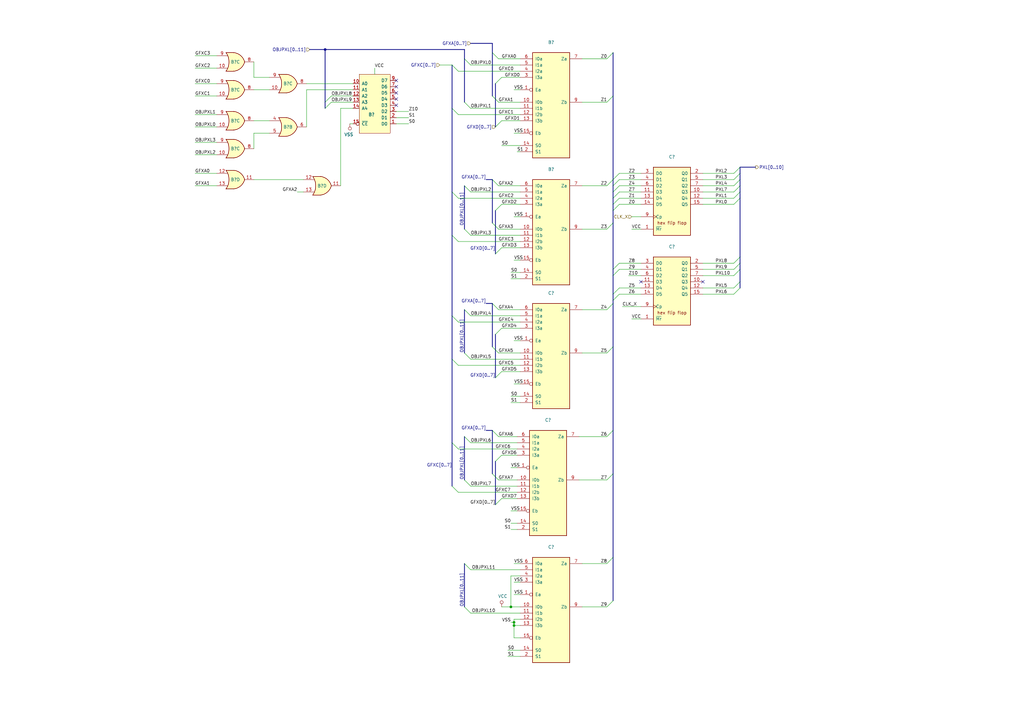
<source format=kicad_sch>
(kicad_sch (version 20211123) (generator eeschema)
  (paper "A3")
  (title_block (date "2022-04-29") (rev "J. Tejada") (company "JOTEGO") (comment 1 "JOTEGO"))
  (lib_symbols
    (symbol "arcade:N82S123N" (pin_names (offset 1.016))
      (property "Reference" "U" (at -1.27 0 90))
      (property "Value" "arcade_N82S123N" (at 0 -5.08 90))
      (symbol "N82S123N_0_1"
        (rectangle (start -6.35 7.62) (end 6.35 -16.51) (fill (type background)))
      )
      (symbol "N82S123N_1_1"
        (pin output line (at 8.89 -12.7 180) (length 2.54) (name "D0") (number "1"))
        (pin input line (at -8.89 3.81 0) (length 2.54) (name "A0") (number "10"))
        (pin input line (at -8.89 1.27 0) (length 2.54) (name "A1") (number "11"))
        (pin input line (at -8.89 -1.27 0) (length 2.54) (name "A2") (number "12"))
        (pin input line (at -8.89 -3.81 0) (length 2.54) (name "A3") (number "13"))
        (pin input line (at -8.89 -6.35 0) (length 2.54) (name "A4") (number "14"))
        (pin input inverted (at -8.89 -12.7 0) (length 2.54) (name "~{CE}") (number "15"))
        (pin power_in line (at 0 7.62 270) (length 2.54) hide (name "VCC") (number "16"))
        (pin output line (at 8.89 -10.16 180) (length 2.54) (name "D1") (number "2"))
        (pin output line (at 8.89 -7.62 180) (length 2.54) (name "D2") (number "3"))
        (pin output line (at 8.89 -5.08 180) (length 2.54) (name "D3") (number "4"))
        (pin output line (at 8.89 -2.54 180) (length 2.54) (name "D4") (number "5"))
        (pin output line (at 8.89 0 180) (length 2.54) (name "D5") (number "6"))
        (pin output line (at 8.89 2.54 180) (length 2.54) (name "D6") (number "7"))
        (pin power_in line (at 0 -16.51 90) (length 2.54) hide (name "VSS") (number "8"))
        (pin output line (at 8.89 5.08 180) (length 2.54) (name "D7") (number "9"))
      )
    )
    (symbol "jt74:74LS153" (pin_names (offset 1.016))
      (property "Reference" "U" (at 0 5.08 0))
      (property "Value" "jt74_74LS153" (at 2.54 -21.59 0))
      (symbol "74LS153_1_0"
        (pin input inverted (at -12.7 5.08 0) (length 5.08) (name "Ea") (number "1"))
        (pin input line (at -12.7 0 0) (length 5.08) (name "I0b") (number "10"))
        (pin input line (at -12.7 -2.54 0) (length 5.08) (name "I1b") (number "11"))
        (pin input line (at -12.7 -5.08 0) (length 5.08) (name "I2b") (number "12"))
        (pin input line (at -12.7 -7.62 0) (length 5.08) (name "I3b") (number "13"))
        (pin input line (at -12.7 -17.78 0) (length 5.08) (name "S0") (number "14"))
        (pin input inverted (at -12.7 -12.7 0) (length 5.08) (name "Eb") (number "15"))
        (pin input line (at -12.7 -20.32 0) (length 5.08) (name "S1") (number "2"))
        (pin input line (at -12.7 10.16 0) (length 5.08) (name "I3a") (number "3"))
        (pin input line (at -12.7 12.7 0) (length 5.08) (name "I2a") (number "4"))
        (pin input line (at -12.7 15.24 0) (length 5.08) (name "I1a") (number "5"))
        (pin input line (at -12.7 17.78 0) (length 5.08) (name "I0a") (number "6"))
        (pin output line (at 12.7 17.78 180) (length 5.08) (name "Za") (number "7"))
        (pin output line (at 12.7 0 180) (length 5.08) (name "Zb") (number "9"))
      )
      (symbol "74LS153_1_1"
        (rectangle (start -7.62 20.32) (end 7.62 -22.86) (stroke (width 0.254)) (fill (type background)))
      )
    )
    (symbol "jt74:74LS174" (pin_names (offset 1.016))
      (property "Reference" "U" (at 5.08 -12.7 0))
      (property "Value" "jt74_74LS174" (at 0 -5.08 0))
      (symbol "74LS174_0_0"
        (text "hex flip flop" (at 0 -10.16 0) (effects (font (size 1.27 1.27))))
      )
      (symbol "74LS174_1_0"
        (pin input line (at -12.7 -12.7 0) (length 5.08) (name "~{Mr}") (number "1"))
        (pin output line (at 12.7 2.54 180) (length 5.08) (name "Q3") (number "10"))
        (pin input line (at -12.7 2.54 0) (length 5.08) (name "D3") (number "11"))
        (pin output line (at 12.7 0 180) (length 5.08) (name "Q4") (number "12"))
        (pin input line (at -12.7 0 0) (length 5.08) (name "D4") (number "13"))
        (pin input line (at -12.7 -2.54 0) (length 5.08) (name "D5") (number "14"))
        (pin output line (at 12.7 -2.54 180) (length 5.08) (name "Q5") (number "15"))
        (pin output line (at 12.7 10.16 180) (length 5.08) (name "Q0") (number "2"))
        (pin input line (at -12.7 10.16 0) (length 5.08) (name "D0") (number "3"))
        (pin input line (at -12.7 7.62 0) (length 5.08) (name "D1") (number "4"))
        (pin output line (at 12.7 7.62 180) (length 5.08) (name "Q1") (number "5"))
        (pin input line (at -12.7 5.08 0) (length 5.08) (name "D2") (number "6"))
        (pin output line (at 12.7 5.08 180) (length 5.08) (name "Q2") (number "7"))
        (pin input clock (at -12.7 -7.62 0) (length 5.08) (name "Cp") (number "9"))
      )
      (symbol "74LS174_1_1"
        (rectangle (start -7.62 12.7) (end 7.62 -15.24) (stroke (width 0.254)) (fill (type background)))
      )
    )
    (symbol "jt74:74LS32" (pin_names (offset 1.016))
      (property "Reference" "U" (at 0 1.27 0))
      (property "Value" "jt74_74LS32" (at 0 -1.27 0))
      (symbol "74LS32_1_1"
        (arc (start -3.81 -3.81) (mid -2.589 0) (end -3.81 3.81) (stroke (width 0.254)))
        (arc (start -0.6096 -3.81) (mid 2.1842 -2.5851) (end 3.81 0) (stroke (width 0.254)) (fill (type background)))
        (polyline (pts (xy -3.81 -3.81) (xy -0.635 -3.81)) (stroke (width 0.254)) (fill (type background)))
        (polyline (pts (xy -3.81 3.81) (xy -0.635 3.81)) (stroke (width 0.254)) (fill (type background)))
        (polyline (pts (xy -0.635 3.81) (xy -3.81 3.81) (xy -3.81 3.81) (xy -3.556 3.4036) (xy -3.0226 2.2606) (xy -2.6924 1.0414) (xy -2.6162 -0.254) (xy -2.7686 -1.4986) (xy -3.175 -2.7178) (xy -3.81 -3.81) (xy -3.81 -3.81) (xy -0.635 -3.81)) (stroke (width -25.4)) (fill (type background)))
        (arc (start 3.81 0) (mid 2.1915 2.5936) (end -0.6096 3.81) (stroke (width 0.254)) (fill (type background)))
        (pin input line (at -7.62 2.54 0) (length 4.318) (name "~") (number "1"))
        (pin input line (at -7.62 -2.54 0) (length 4.318) (name "~") (number "2"))
        (pin output line (at 7.62 0 180) (length 3.81) (name "~") (number "3"))
      )
      (symbol "74LS32_1_2"
        (arc (start 0 -3.81) (mid 3.81 0) (end 0 3.81) (stroke (width 0.254)) (fill (type background)))
        (polyline (pts (xy 0 3.81) (xy -3.81 3.81) (xy -3.81 -3.81) (xy 0 -3.81)) (stroke (width 0.254)) (fill (type background)))
        (pin input inverted (at -7.62 2.54 0) (length 3.81) (name "~") (number "1"))
        (pin input inverted (at -7.62 -2.54 0) (length 3.81) (name "~") (number "2"))
        (pin output inverted (at 7.62 0 180) (length 3.81) (name "~") (number "3"))
      )
      (symbol "74LS32_2_1"
        (arc (start -3.81 -3.81) (mid -2.589 0) (end -3.81 3.81) (stroke (width 0.254)))
        (arc (start -0.6096 -3.81) (mid 2.1842 -2.5851) (end 3.81 0) (stroke (width 0.254)) (fill (type background)))
        (polyline (pts (xy -3.81 -3.81) (xy -0.635 -3.81)) (stroke (width 0.254)) (fill (type background)))
        (polyline (pts (xy -3.81 3.81) (xy -0.635 3.81)) (stroke (width 0.254)) (fill (type background)))
        (polyline (pts (xy -0.635 3.81) (xy -3.81 3.81) (xy -3.81 3.81) (xy -3.556 3.4036) (xy -3.0226 2.2606) (xy -2.6924 1.0414) (xy -2.6162 -0.254) (xy -2.7686 -1.4986) (xy -3.175 -2.7178) (xy -3.81 -3.81) (xy -3.81 -3.81) (xy -0.635 -3.81)) (stroke (width -25.4)) (fill (type background)))
        (arc (start 3.81 0) (mid 2.1915 2.5936) (end -0.6096 3.81) (stroke (width 0.254)) (fill (type background)))
        (pin input line (at -7.62 2.54 0) (length 4.318) (name "~") (number "4"))
        (pin input line (at -7.62 -2.54 0) (length 4.318) (name "~") (number "5"))
        (pin output line (at 7.62 0 180) (length 3.81) (name "~") (number "6"))
      )
      (symbol "74LS32_2_2"
        (arc (start 0 -3.81) (mid 3.81 0) (end 0 3.81) (stroke (width 0.254)) (fill (type background)))
        (polyline (pts (xy 0 3.81) (xy -3.81 3.81) (xy -3.81 -3.81) (xy 0 -3.81)) (stroke (width 0.254)) (fill (type background)))
        (pin input inverted (at -7.62 2.54 0) (length 3.81) (name "~") (number "4"))
        (pin input inverted (at -7.62 -2.54 0) (length 3.81) (name "~") (number "5"))
        (pin output inverted (at 7.62 0 180) (length 3.81) (name "~") (number "6"))
      )
      (symbol "74LS32_3_1"
        (arc (start -3.81 -3.81) (mid -2.589 0) (end -3.81 3.81) (stroke (width 0.254)))
        (arc (start -0.6096 -3.81) (mid 2.1842 -2.5851) (end 3.81 0) (stroke (width 0.254)) (fill (type background)))
        (polyline (pts (xy -3.81 -3.81) (xy -0.635 -3.81)) (stroke (width 0.254)) (fill (type background)))
        (polyline (pts (xy -3.81 3.81) (xy -0.635 3.81)) (stroke (width 0.254)) (fill (type background)))
        (polyline (pts (xy -0.635 3.81) (xy -3.81 3.81) (xy -3.81 3.81) (xy -3.556 3.4036) (xy -3.0226 2.2606) (xy -2.6924 1.0414) (xy -2.6162 -0.254) (xy -2.7686 -1.4986) (xy -3.175 -2.7178) (xy -3.81 -3.81) (xy -3.81 -3.81) (xy -0.635 -3.81)) (stroke (width -25.4)) (fill (type background)))
        (arc (start 3.81 0) (mid 2.1915 2.5936) (end -0.6096 3.81) (stroke (width 0.254)) (fill (type background)))
        (pin input line (at -7.62 -2.54 0) (length 4.318) (name "~") (number "10"))
        (pin output line (at 7.62 0 180) (length 3.81) (name "~") (number "8"))
        (pin input line (at -7.62 2.54 0) (length 4.318) (name "~") (number "9"))
      )
      (symbol "74LS32_3_2"
        (arc (start 0 -3.81) (mid 3.81 0) (end 0 3.81) (stroke (width 0.254)) (fill (type background)))
        (polyline (pts (xy 0 3.81) (xy -3.81 3.81) (xy -3.81 -3.81) (xy 0 -3.81)) (stroke (width 0.254)) (fill (type background)))
        (pin input inverted (at -7.62 -2.54 0) (length 3.81) (name "~") (number "10"))
        (pin output inverted (at 7.62 0 180) (length 3.81) (name "~") (number "8"))
        (pin input inverted (at -7.62 2.54 0) (length 3.81) (name "~") (number "9"))
      )
      (symbol "74LS32_4_1"
        (arc (start -3.81 -3.81) (mid -2.589 0) (end -3.81 3.81) (stroke (width 0.254)))
        (arc (start -0.6096 -3.81) (mid 2.1842 -2.5851) (end 3.81 0) (stroke (width 0.254)) (fill (type background)))
        (polyline (pts (xy -3.81 -3.81) (xy -0.635 -3.81)) (stroke (width 0.254)) (fill (type background)))
        (polyline (pts (xy -3.81 3.81) (xy -0.635 3.81)) (stroke (width 0.254)) (fill (type background)))
        (polyline (pts (xy -0.635 3.81) (xy -3.81 3.81) (xy -3.81 3.81) (xy -3.556 3.4036) (xy -3.0226 2.2606) (xy -2.6924 1.0414) (xy -2.6162 -0.254) (xy -2.7686 -1.4986) (xy -3.175 -2.7178) (xy -3.81 -3.81) (xy -3.81 -3.81) (xy -0.635 -3.81)) (stroke (width -25.4)) (fill (type background)))
        (arc (start 3.81 0) (mid 2.1915 2.5936) (end -0.6096 3.81) (stroke (width 0.254)) (fill (type background)))
        (pin output line (at 7.62 0 180) (length 3.81) (name "~") (number "11"))
        (pin input line (at -7.62 2.54 0) (length 4.318) (name "~") (number "12"))
        (pin input line (at -7.62 -2.54 0) (length 4.318) (name "~") (number "13"))
      )
      (symbol "74LS32_4_2"
        (arc (start 0 -3.81) (mid 3.81 0) (end 0 3.81) (stroke (width 0.254)) (fill (type background)))
        (polyline (pts (xy 0 3.81) (xy -3.81 3.81) (xy -3.81 -3.81) (xy 0 -3.81)) (stroke (width 0.254)) (fill (type background)))
        (pin output inverted (at 7.62 0 180) (length 3.81) (name "~") (number "11"))
        (pin input inverted (at -7.62 2.54 0) (length 3.81) (name "~") (number "12"))
        (pin input inverted (at -7.62 -2.54 0) (length 3.81) (name "~") (number "13"))
      )
      (symbol "74LS32_5_0"
        (pin input line (at 0 12.7 270) (length 5.08) hide (name "VCC") (number "14"))
        (pin input line (at 0 -12.7 90) (length 5.08) hide (name "GND") (number "7"))
      )
      (symbol "74LS32_5_1"
        (rectangle (start -5.08 7.62) (end 5.08 -7.62) (stroke (width 0.254)) (fill (type background)))
      )
    )
    (symbol "power:VCC" (power) (pin_names (offset 0))
      (property "Value" "power_VCC" (at 0 3.81 0))
      (symbol "VCC_0_1"
        (polyline (pts (xy 0 0) (xy 0 1.27)))
        (circle (center 0 1.905) (radius 0.635))
      )
      (symbol "VCC_1_1"
        (pin power_in line (at 0 0 90) (length 0) hide (name "VCC") (number "1"))
      )
    )
    (symbol "power:VSS" (power) (pin_names (offset 0))
      (property "Value" "power_VSS" (at 0 3.81 0))
      (symbol "VSS_0_1"
        (polyline (pts (xy 0 0) (xy 0 1.27)))
        (circle (center 0 1.905) (radius 0.635))
      )
      (symbol "VSS_1_1"
        (pin power_in line (at 0 0 90) (length 0) hide (name "VSS") (number "1"))
      )
    )
  )
  (junction (at 210.82 255.27))
  (junction (at 210.82 256.54))
  (junction (at 133.35 20.32))
  (junction (at 209.55 248.92))
  (no_connect (at 288.29 115.57))
  (no_connect (at 162.56 38.1))
  (no_connect (at 162.56 40.64))
  (no_connect (at 162.56 43.18))
  (no_connect (at 162.56 33.02))
  (no_connect (at 262.89 115.57))
  (no_connect (at 162.56 35.56))
  (bus_entry (at 254 73.66) (size -2.54 2.54))
  (bus_entry (at 201.93 21.59) (size 2.54 2.54))
  (bus_entry (at 300.99 113.03) (size 2.54 -2.54))
  (bus_entry (at 248.92 41.91) (size 2.54 -2.54))
  (bus_entry (at 190.5 127) (size 2.54 2.54))
  (bus_entry (at 185.42 147.32) (size 2.54 2.54))
  (bus_entry (at 203.2 189.23) (size 2.54 -2.54))
  (bus_entry (at 300.99 76.2) (size 2.54 -2.54))
  (bus_entry (at 201.93 73.66) (size 2.54 2.54))
  (bus_entry (at 300.99 120.65) (size 2.54 -2.54))
  (bus_entry (at 185.42 44.45) (size 2.54 2.54))
  (bus_entry (at 254 120.65) (size -2.54 2.54))
  (bus_entry (at 248.92 127) (size 2.54 -2.54))
  (bus_entry (at 201.93 142.24) (size 2.54 2.54))
  (bus_entry (at 300.99 71.12) (size 2.54 -2.54))
  (bus_entry (at 300.99 78.74) (size 2.54 -2.54))
  (bus_entry (at 254 78.74) (size -2.54 2.54))
  (bus_entry (at 248.92 179.07) (size 2.54 -2.54))
  (bus_entry (at 201.93 124.46) (size 2.54 2.54))
  (bus_entry (at 254 83.82) (size -2.54 2.54))
  (bus_entry (at 190.5 93.98) (size 2.54 2.54))
  (bus_entry (at 185.42 78.74) (size 2.54 2.54))
  (bus_entry (at 248.92 93.98) (size 2.54 -2.54))
  (bus_entry (at 300.99 118.11) (size 2.54 -2.54))
  (bus_entry (at 203.2 154.94) (size 2.54 -2.54))
  (bus_entry (at 248.92 24.13) (size 2.54 -2.54))
  (bus_entry (at 203.2 86.36) (size 2.54 -2.54))
  (bus_entry (at 254 110.49) (size -2.54 2.54))
  (bus_entry (at 248.92 76.2) (size 2.54 -2.54))
  (bus_entry (at 185.42 26.67) (size 2.54 2.54))
  (bus_entry (at 133.35 41.91) (size 2.54 -2.54))
  (bus_entry (at 190.5 248.92) (size 2.54 2.54))
  (bus_entry (at 254 118.11) (size -2.54 2.54))
  (bus_entry (at 190.5 144.78) (size 2.54 2.54))
  (bus_entry (at 190.5 196.85) (size 2.54 2.54))
  (bus_entry (at 254 71.12) (size -2.54 2.54))
  (bus_entry (at 300.99 83.82) (size 2.54 -2.54))
  (bus_entry (at 133.35 44.45) (size 2.54 -2.54))
  (bus_entry (at 203.2 137.16) (size 2.54 -2.54))
  (bus_entry (at 203.2 34.29) (size 2.54 -2.54))
  (bus_entry (at 300.99 81.28) (size 2.54 -2.54))
  (bus_entry (at 203.2 52.07) (size 2.54 -2.54))
  (bus_entry (at 190.5 76.2) (size 2.54 2.54))
  (bus_entry (at 201.93 91.44) (size 2.54 2.54))
  (bus_entry (at 190.5 231.14) (size 2.54 2.54))
  (bus_entry (at 201.93 39.37) (size 2.54 2.54))
  (bus_entry (at 248.92 144.78) (size 2.54 -2.54))
  (bus_entry (at 203.2 104.14) (size 2.54 -2.54))
  (bus_entry (at 185.42 181.61) (size 2.54 2.54))
  (bus_entry (at 190.5 24.13) (size 2.54 2.54))
  (bus_entry (at 201.93 194.31) (size 2.54 2.54))
  (bus_entry (at 201.93 176.53) (size 2.54 2.54))
  (bus_entry (at 190.5 179.07) (size 2.54 2.54))
  (bus_entry (at 254 107.95) (size -2.54 2.54))
  (bus_entry (at 190.5 41.91) (size 2.54 2.54))
  (bus_entry (at 185.42 129.54) (size 2.54 2.54))
  (bus_entry (at 248.92 196.85) (size 2.54 -2.54))
  (bus_entry (at 248.92 248.92) (size 2.54 -2.54))
  (bus_entry (at 254 81.28) (size -2.54 2.54))
  (bus_entry (at 203.2 207.01) (size 2.54 -2.54))
  (bus_entry (at 300.99 107.95) (size 2.54 -2.54))
  (bus_entry (at 185.42 96.52) (size 2.54 2.54))
  (bus_entry (at 254 76.2) (size -2.54 2.54))
  (bus_entry (at 300.99 110.49) (size 2.54 -2.54))
  (bus_entry (at 248.92 231.14) (size 2.54 -2.54))
  (bus_entry (at 185.42 199.39) (size 2.54 2.54))
  (bus_entry (at 300.99 73.66) (size 2.54 -2.54))
  (wire (pts (xy 210.82 256.54) (xy 213.36 256.54)))
  (bus (pts (xy 190.5 127) (xy 190.5 144.78)))
  (wire (pts (xy 205.74 49.53) (xy 213.36 49.53)))
  (wire (pts (xy 180.34 26.67) (xy 185.42 26.67)))
  (wire (pts (xy 288.29 81.28) (xy 300.99 81.28)))
  (bus (pts (xy 303.53 68.58) (xy 303.53 71.12)))
  (wire (pts (xy 204.47 179.07) (xy 212.09 179.07)))
  (wire (pts (xy 187.96 99.06) (xy 213.36 99.06)))
  (bus (pts (xy 303.53 81.28) (xy 303.53 105.41)))
  (bus (pts (xy 303.53 73.66) (xy 303.53 76.2)))
  (bus (pts (xy 251.46 120.65) (xy 251.46 123.19)))
  (wire (pts (xy 80.01 52.07) (xy 88.9 52.07)))
  (wire (pts (xy 210.82 243.84) (xy 213.36 243.84)))
  (wire (pts (xy 288.29 120.65) (xy 300.99 120.65)))
  (wire (pts (xy 257.81 113.03) (xy 262.89 113.03)))
  (wire (pts (xy 209.55 209.55) (xy 212.09 209.55)))
  (wire (pts (xy 104.14 73.66) (xy 124.46 73.66)))
  (wire (pts (xy 209.55 255.27) (xy 210.82 255.27)))
  (wire (pts (xy 238.76 76.2) (xy 248.92 76.2)))
  (wire (pts (xy 80.01 76.2) (xy 88.9 76.2)))
  (wire (pts (xy 205.74 83.82) (xy 213.36 83.82)))
  (wire (pts (xy 193.04 96.52) (xy 213.36 96.52)))
  (wire (pts (xy 254 78.74) (xy 262.89 78.74)))
  (bus (pts (xy 201.93 17.78) (xy 201.93 21.59)))
  (bus (pts (xy 185.42 44.45) (xy 185.42 78.74)))
  (wire (pts (xy 204.47 76.2) (xy 213.36 76.2)))
  (wire (pts (xy 238.76 127) (xy 248.92 127)))
  (bus (pts (xy 190.5 20.32) (xy 190.5 24.13)))
  (wire (pts (xy 193.04 78.74) (xy 213.36 78.74)))
  (bus (pts (xy 251.46 39.37) (xy 251.46 73.66)))
  (wire (pts (xy 88.9 22.86) (xy 80.01 22.86)))
  (bus (pts (xy 303.53 71.12) (xy 303.53 73.66)))
  (wire (pts (xy 187.96 132.08) (xy 213.36 132.08)))
  (wire (pts (xy 205.74 152.4) (xy 213.36 152.4)))
  (bus (pts (xy 190.5 20.32) (xy 133.35 20.32)))
  (wire (pts (xy 204.47 144.78) (xy 213.36 144.78)))
  (bus (pts (xy 185.42 147.32) (xy 185.42 181.61)))
  (wire (pts (xy 288.29 110.49) (xy 300.99 110.49)))
  (wire (pts (xy 213.36 231.14) (xy 210.82 231.14)))
  (wire (pts (xy 238.76 41.91) (xy 248.92 41.91)))
  (wire (pts (xy 205.74 186.69) (xy 212.09 186.69)))
  (bus (pts (xy 190.5 76.2) (xy 190.5 93.98)))
  (bus (pts (xy 201.93 176.53) (xy 201.93 194.31)))
  (bus (pts (xy 251.46 113.03) (xy 251.46 120.65)))
  (bus (pts (xy 199.39 73.66) (xy 201.93 73.66)))
  (wire (pts (xy 300.99 78.74) (xy 288.29 78.74)))
  (wire (pts (xy 254 107.95) (xy 262.89 107.95)))
  (wire (pts (xy 205.74 134.62) (xy 213.36 134.62)))
  (bus (pts (xy 251.46 142.24) (xy 251.46 176.53)))
  (wire (pts (xy 209.55 217.17) (xy 212.09 217.17)))
  (bus (pts (xy 185.42 181.61) (xy 185.42 199.39)))
  (bus (pts (xy 251.46 123.19) (xy 251.46 124.46)))
  (bus (pts (xy 251.46 78.74) (xy 251.46 81.28)))
  (bus (pts (xy 133.35 20.32) (xy 133.35 41.91)))
  (wire (pts (xy 125.73 34.29) (xy 144.78 34.29)))
  (wire (pts (xy 204.47 24.13) (xy 213.36 24.13)))
  (wire (pts (xy 288.29 118.11) (xy 300.99 118.11)))
  (wire (pts (xy 288.29 73.66) (xy 300.99 73.66)))
  (wire (pts (xy 88.9 58.42) (xy 80.01 58.42)))
  (bus (pts (xy 303.53 110.49) (xy 303.53 115.57)))
  (bus (pts (xy 251.46 73.66) (xy 251.46 76.2)))
  (wire (pts (xy 135.89 39.37) (xy 144.78 39.37)))
  (wire (pts (xy 80.01 71.12) (xy 88.9 71.12)))
  (wire (pts (xy 205.74 101.6) (xy 213.36 101.6)))
  (wire (pts (xy 259.08 93.98) (xy 262.89 93.98)))
  (wire (pts (xy 209.55 162.56) (xy 213.36 162.56)))
  (wire (pts (xy 254 76.2) (xy 262.89 76.2)))
  (wire (pts (xy 254 83.82) (xy 262.89 83.82)))
  (bus (pts (xy 190.5 231.14) (xy 190.5 248.92)))
  (bus (pts (xy 199.39 124.46) (xy 201.93 124.46)))
  (bus (pts (xy 303.53 107.95) (xy 303.53 110.49)))
  (wire (pts (xy 88.9 34.29) (xy 80.01 34.29)))
  (wire (pts (xy 208.28 266.7) (xy 213.36 266.7)))
  (wire (pts (xy 209.55 236.22) (xy 209.55 248.92)))
  (wire (pts (xy 187.96 201.93) (xy 212.09 201.93)))
  (wire (pts (xy 213.36 62.23) (xy 212.09 62.23)))
  (wire (pts (xy 262.89 125.73) (xy 255.27 125.73)))
  (wire (pts (xy 262.89 130.81) (xy 259.08 130.81)))
  (wire (pts (xy 209.55 191.77) (xy 212.09 191.77)))
  (bus (pts (xy 251.46 110.49) (xy 251.46 113.03)))
  (wire (pts (xy 204.47 127) (xy 213.36 127)))
  (bus (pts (xy 185.42 96.52) (xy 185.42 129.54)))
  (wire (pts (xy 193.04 199.39) (xy 212.09 199.39)))
  (wire (pts (xy 210.82 54.61) (xy 213.36 54.61)))
  (wire (pts (xy 162.56 45.72) (xy 167.64 45.72)))
  (bus (pts (xy 203.2 86.36) (xy 203.2 104.14)))
  (wire (pts (xy 187.96 29.21) (xy 213.36 29.21)))
  (wire (pts (xy 208.28 269.24) (xy 213.36 269.24)))
  (wire (pts (xy 88.9 39.37) (xy 80.01 39.37)))
  (wire (pts (xy 210.82 157.48) (xy 213.36 157.48)))
  (wire (pts (xy 212.09 214.63) (xy 209.55 214.63)))
  (wire (pts (xy 238.76 248.92) (xy 248.92 248.92)))
  (wire (pts (xy 210.82 88.9) (xy 213.36 88.9)))
  (bus (pts (xy 251.46 91.44) (xy 251.46 110.49)))
  (wire (pts (xy 238.76 24.13) (xy 248.92 24.13)))
  (wire (pts (xy 213.36 238.76) (xy 210.82 238.76)))
  (bus (pts (xy 201.93 17.78) (xy 193.04 17.78)))
  (wire (pts (xy 125.73 52.07) (xy 125.73 36.83)))
  (bus (pts (xy 199.39 176.53) (xy 201.93 176.53)))
  (bus (pts (xy 133.35 20.32) (xy 127 20.32)))
  (wire (pts (xy 213.36 254) (xy 210.82 254)))
  (wire (pts (xy 204.47 196.85) (xy 212.09 196.85)))
  (wire (pts (xy 125.73 36.83) (xy 144.78 36.83)))
  (wire (pts (xy 187.96 149.86) (xy 213.36 149.86)))
  (wire (pts (xy 104.14 54.61) (xy 104.14 60.96)))
  (wire (pts (xy 139.7 44.45) (xy 144.78 44.45)))
  (wire (pts (xy 193.04 181.61) (xy 212.09 181.61)))
  (bus (pts (xy 251.46 21.59) (xy 251.46 39.37)))
  (wire (pts (xy 162.56 50.8) (xy 167.64 50.8)))
  (wire (pts (xy 210.82 139.7) (xy 213.36 139.7)))
  (bus (pts (xy 190.5 24.13) (xy 190.5 41.91)))
  (bus (pts (xy 201.93 21.59) (xy 201.93 39.37)))
  (wire (pts (xy 144.78 50.8) (xy 143.51 50.8)))
  (bus (pts (xy 303.53 105.41) (xy 303.53 107.95)))
  (wire (pts (xy 205.74 248.92) (xy 209.55 248.92)))
  (bus (pts (xy 203.2 189.23) (xy 203.2 207.01)))
  (bus (pts (xy 303.53 115.57) (xy 303.53 118.11)))
  (wire (pts (xy 187.96 81.28) (xy 213.36 81.28)))
  (bus (pts (xy 203.2 137.16) (xy 203.2 154.94)))
  (bus (pts (xy 190.5 179.07) (xy 190.5 196.85)))
  (wire (pts (xy 300.99 113.03) (xy 288.29 113.03)))
  (wire (pts (xy 254 81.28) (xy 262.89 81.28)))
  (wire (pts (xy 238.76 93.98) (xy 248.92 93.98)))
  (wire (pts (xy 238.76 231.14) (xy 248.92 231.14)))
  (wire (pts (xy 153.67 30.48) (xy 153.67 27.94)))
  (wire (pts (xy 110.49 54.61) (xy 104.14 54.61)))
  (wire (pts (xy 193.04 251.46) (xy 213.36 251.46)))
  (wire (pts (xy 210.82 106.68) (xy 213.36 106.68)))
  (wire (pts (xy 162.56 48.26) (xy 167.64 48.26)))
  (wire (pts (xy 237.49 196.85) (xy 248.92 196.85)))
  (bus (pts (xy 185.42 26.67) (xy 185.42 44.45)))
  (wire (pts (xy 254 73.66) (xy 262.89 73.66)))
  (bus (pts (xy 251.46 176.53) (xy 251.46 194.31)))
  (bus (pts (xy 303.53 76.2) (xy 303.53 78.74)))
  (wire (pts (xy 187.96 46.99) (xy 213.36 46.99)))
  (wire (pts (xy 209.55 111.76) (xy 213.36 111.76)))
  (wire (pts (xy 254 118.11) (xy 262.89 118.11)))
  (bus (pts (xy 309.88 68.58) (xy 303.53 68.58)))
  (wire (pts (xy 205.74 59.69) (xy 213.36 59.69)))
  (wire (pts (xy 80.01 63.5) (xy 88.9 63.5)))
  (bus (pts (xy 185.42 129.54) (xy 185.42 147.32)))
  (wire (pts (xy 300.99 76.2) (xy 288.29 76.2)))
  (wire (pts (xy 254 120.65) (xy 262.89 120.65)))
  (wire (pts (xy 193.04 147.32) (xy 213.36 147.32)))
  (wire (pts (xy 205.74 204.47) (xy 212.09 204.47)))
  (bus (pts (xy 133.35 41.91) (xy 133.35 44.45)))
  (bus (pts (xy 251.46 228.6) (xy 251.46 246.38)))
  (bus (pts (xy 185.42 78.74) (xy 185.42 96.52)))
  (wire (pts (xy 237.49 179.07) (xy 248.92 179.07)))
  (bus (pts (xy 251.46 76.2) (xy 251.46 78.74)))
  (bus (pts (xy 303.53 78.74) (xy 303.53 81.28)))
  (wire (pts (xy 205.74 31.75) (xy 213.36 31.75)))
  (wire (pts (xy 193.04 26.67) (xy 213.36 26.67)))
  (wire (pts (xy 210.82 36.83) (xy 213.36 36.83)))
  (bus (pts (xy 251.46 194.31) (xy 251.46 228.6)))
  (wire (pts (xy 254 110.49) (xy 262.89 110.49)))
  (wire (pts (xy 238.76 144.78) (xy 248.92 144.78)))
  (wire (pts (xy 300.99 71.12) (xy 288.29 71.12)))
  (wire (pts (xy 193.04 233.68) (xy 213.36 233.68)))
  (bus (pts (xy 251.46 86.36) (xy 251.46 91.44)))
  (wire (pts (xy 80.01 27.94) (xy 88.9 27.94)))
  (bus (pts (xy 251.46 83.82) (xy 251.46 86.36)))
  (bus (pts (xy 251.46 124.46) (xy 251.46 142.24)))
  (wire (pts (xy 104.14 49.53) (xy 110.49 49.53)))
  (wire (pts (xy 88.9 46.99) (xy 80.01 46.99)))
  (bus (pts (xy 203.2 34.29) (xy 203.2 52.07)))
  (wire (pts (xy 210.82 254) (xy 210.82 255.27)))
  (wire (pts (xy 204.47 93.98) (xy 213.36 93.98)))
  (wire (pts (xy 288.29 83.82) (xy 300.99 83.82)))
  (wire (pts (xy 210.82 261.62) (xy 210.82 256.54)))
  (wire (pts (xy 204.47 41.91) (xy 213.36 41.91)))
  (wire (pts (xy 104.14 25.4) (xy 104.14 31.75)))
  (wire (pts (xy 104.14 31.75) (xy 110.49 31.75)))
  (bus (pts (xy 201.93 73.66) (xy 201.93 91.44)))
  (wire (pts (xy 135.89 41.91) (xy 144.78 41.91)))
  (wire (pts (xy 210.82 255.27) (xy 210.82 256.54)))
  (wire (pts (xy 209.55 114.3) (xy 213.36 114.3)))
  (wire (pts (xy 124.46 78.74) (xy 121.92 78.74)))
  (bus (pts (xy 201.93 124.46) (xy 201.93 142.24)))
  (wire (pts (xy 262.89 88.9) (xy 259.08 88.9)))
  (wire (pts (xy 300.99 107.95) (xy 288.29 107.95)))
  (wire (pts (xy 193.04 44.45) (xy 213.36 44.45)))
  (wire (pts (xy 187.96 184.15) (xy 212.09 184.15)))
  (wire (pts (xy 210.82 261.62) (xy 213.36 261.62)))
  (wire (pts (xy 209.55 165.1) (xy 213.36 165.1)))
  (wire (pts (xy 254 71.12) (xy 262.89 71.12)))
  (wire (pts (xy 209.55 248.92) (xy 213.36 248.92)))
  (wire (pts (xy 213.36 236.22) (xy 209.55 236.22)))
  (wire (pts (xy 193.04 129.54) (xy 213.36 129.54)))
  (wire (pts (xy 104.14 36.83) (xy 110.49 36.83)))
  (bus (pts (xy 251.46 81.28) (xy 251.46 83.82)))
  (wire (pts (xy 139.7 44.45) (xy 139.7 76.2)))
  (label "Z0" (at 257.81 83.82 0))
  (label "PXL5" (at 293.37 118.11 0))
  (label "VSS" (at 210.82 243.84 0))
  (label "GFXA6" (at 204.47 179.07 0))
  (label "VCC" (at 153.67 27.94 0))
  (label "GFXA3" (at 204.47 93.98 0))
  (label "S0" (at 209.55 162.56 0))
  (label "GFXC1" (at 204.47 46.99 0))
  (label "GFXC3" (at 204.47 99.06 0))
  (label "S0" (at 208.28 266.7 0))
  (label "OBJPXL3" (at 193.04 96.52 0))
  (label "Z0" (at 246.38 24.13 0))
  (label "OBJPXL8" (at 135.89 39.37 0))
  (label "GFXC[0..7]" (at 185.42 191.77 180))
  (label "Z6" (at 246.38 179.07 0))
  (label "VSS" (at 210.82 157.48 0))
  (label "VSS" (at 210.82 231.14 0))
  (label "GFXA1" (at 80.01 76.2 0))
  (label "CLK_X" (at 255.27 125.73 0))
  (label "Z5" (at 257.81 118.11 0))
  (label "Z8" (at 246.38 231.14 0))
  (label "GFXD3" (at 205.74 101.6 0))
  (label "VSS" (at 210.82 139.7 0))
  (label "PXL0" (at 293.37 83.82 0))
  (label "GFXA[0..7]" (at 199.39 176.53 180))
  (label "GFXD5" (at 205.74 152.4 0))
  (label "VSS" (at 210.82 106.68 0))
  (label "S1" (at 208.28 269.24 0))
  (label "GFXD[0..7]" (at 203.2 154.94 180))
  (label "OBJPXL5" (at 193.04 147.32 0))
  (label "OBJPXL1" (at 80.01 46.99 0))
  (label "VSS" (at 210.82 54.61 0))
  (label "GFXC0" (at 80.01 34.29 0))
  (label "PXL9" (at 293.37 110.49 0))
  (label "OBJPXL11" (at 203.2 233.68 180))
  (label "VSS" (at 209.55 209.55 0))
  (label "GFXA7" (at 204.47 196.85 0))
  (label "GFXA1" (at 204.47 41.91 0))
  (label "GFXA0" (at 80.01 71.12 0))
  (label "PXL7" (at 293.37 78.74 0))
  (label "GFXC2" (at 204.47 81.28 0))
  (label "PXL6" (at 293.37 120.65 0))
  (label "GFXA[0..7]" (at 199.39 73.66 180))
  (label "Z1" (at 257.81 81.28 0))
  (label "Z3" (at 246.38 93.98 0))
  (label "VSS" (at 209.55 255.27 180))
  (label "OBJPXL[0..11]" (at 190.5 234.95 270))
  (label "PXL3" (at 293.37 73.66 0))
  (label "Z2" (at 246.38 76.2 0))
  (label "GFXD[0..7]" (at 203.2 102.87 180))
  (label "GFXD4" (at 205.74 134.62 0))
  (label "S0" (at 167.64 50.8 0))
  (label "GFXA2" (at 121.92 78.74 180))
  (label "GFXA2" (at 204.47 76.2 0))
  (label "PXL2" (at 293.37 71.12 0))
  (label "GFXD6" (at 205.74 186.69 0))
  (label "VCC" (at 259.08 93.98 0))
  (label "GFXD0" (at 207.01 31.75 0))
  (label "GFXC4" (at 204.47 132.08 0))
  (label "GFXC2" (at 80.01 27.94 0))
  (label "GFXD[0..7]" (at 203.2 207.01 180))
  (label "VSS" (at 210.82 238.76 0))
  (label "Z2" (at 257.81 71.12 0))
  (label "S1" (at 209.55 217.17 180))
  (label "GFXA5" (at 204.47 144.78 0))
  (label "VSS" (at 210.82 88.9 0))
  (label "Z6" (at 257.81 120.65 0))
  (label "VCC" (at 259.08 130.81 0))
  (label "OBJPXL[0..11]" (at 190.5 78.74 270))
  (label "OBJPXL7" (at 193.04 199.39 0))
  (label "GFXC7" (at 203.2 201.93 0))
  (label "OBJPXL3" (at 80.01 58.42 0))
  (label "Z4" (at 246.38 127 0))
  (label "GFXC1" (at 80.01 39.37 0))
  (label "VSS" (at 210.82 36.83 0))
  (label "Z10" (at 257.81 113.03 0))
  (label "Z5" (at 246.38 144.78 0))
  (label "Z4" (at 257.81 76.2 0))
  (label "PXL8" (at 293.37 107.95 0))
  (label "VSS" (at 209.55 191.77 0))
  (label "Z10" (at 167.64 45.72 0))
  (label "OBJPXL9" (at 135.89 41.91 0))
  (label "Z3" (at 257.81 73.66 0))
  (label "Z7" (at 246.38 196.85 0))
  (label "OBJPXL1" (at 193.04 44.45 0))
  (label "OBJPXL6" (at 193.04 181.61 0))
  (label "OBJPXL4" (at 193.04 129.54 0))
  (label "S1" (at 167.64 48.26 0))
  (label "Z8" (at 257.81 107.95 0))
  (label "S0" (at 209.55 111.76 0))
  (label "GFXC6" (at 203.2 184.15 0))
  (label "Z9" (at 257.81 110.49 0))
  (label "GFXA[0..7]" (at 199.39 124.46 180))
  (label "PXL1" (at 293.37 81.28 0))
  (label "GFXC3" (at 80.01 22.86 0))
  (label "Z7" (at 257.81 78.74 0))
  (label "GFXA0" (at 205.74 24.13 0))
  (label "GFXD2" (at 205.74 83.82 0))
  (label "OBJPXL2" (at 80.01 63.5 0))
  (label "S0" (at 205.74 59.69 0))
  (label "OBJPXL2" (at 193.04 78.74 0))
  (label "GFXA4" (at 204.47 127 0))
  (label "Z1" (at 246.38 41.91 0))
  (label "OBJPXL0" (at 193.04 26.67 0))
  (label "S1" (at 209.55 114.3 0))
  (label "PXL4" (at 293.37 76.2 0))
  (label "OBJPXL[0..11]" (at 190.5 130.81 270))
  (label "PXL10" (at 293.37 113.03 0))
  (label "GFXD7" (at 205.74 204.47 0))
  (label "S1" (at 212.09 62.23 0))
  (label "GFXC5" (at 204.47 149.86 0))
  (label "OBJPXL10" (at 203.2 251.46 180))
  (label "S0" (at 209.55 214.63 180))
  (label "S1" (at 209.55 165.1 0))
  (label "Z9" (at 246.38 248.92 0))
  (label "GFXC0" (at 204.47 29.21 0))
  (label "GFXD1" (at 207.01 49.53 0))
  (label "OBJPXL[0..11]" (at 190.5 182.88 270))
  (label "OBJPXL0" (at 80.01 52.07 0))
  (hierarchical_label "OBJPXL[0..11]" (shape input) (at 127 20.32 180))
  (hierarchical_label "PXL[0..10]" (shape output) (at 309.88 68.58 0))
  (hierarchical_label "CLK_X" (shape input) (at 259.08 88.9 180))
  (hierarchical_label "GFXD[0..7]" (shape input) (at 203.2 52.07 180))
  (hierarchical_label "GFXA[0..7]" (shape input) (at 193.04 17.78 180))
  (hierarchical_label "GFXC[0..7]" (shape input) (at 180.34 26.67 180))
  (symbol (lib_id "jt74:74LS32") (at 96.52 36.83 0) (unit 3)
    (property "Reference" "B?" (at 96.52 36.83 0))
    (property "Datasheet" "http://www.ti.com/lit/gpn/sn74LS32" (effects hide))
  )
  (symbol (lib_id "jt74:74LS32") (at 96.52 25.4 0) (unit 3)
    (property "Reference" "B?" (at 96.52 25.4 0))
    (property "Datasheet" "http://www.ti.com/lit/gpn/sn74LS32" (effects hide))
  )
  (symbol (lib_id "jt74:74LS174") (at 275.59 81.28 0) (unit 1)
    (property "Reference" "C?" (at 275.59 64.3382 0))
    (property "Datasheet" "http://www.ti.com/lit/gpn/sn74LS174" (effects hide))
  )
  (symbol (lib_id "jt74:74LS174") (at 275.59 118.11 0) (unit 1)
    (property "Reference" "C?" (at 275.59 101.1682 0))
    (property "Datasheet" "http://www.ti.com/lit/gpn/sn74LS174" (effects hide))
  )
  (symbol (lib_id "jt74:74LS153") (at 226.06 93.98 0) (unit 1)
    (property "Reference" "B?" (at 226.06 69.4182 0))
    (property "Datasheet" "http://www.ti.com/lit/gpn/sn74LS153" (effects hide))
  )
  (symbol (lib_id "jt74:74LS153") (at 226.06 144.78 0) (unit 1)
    (property "Reference" "C?" (at 226.06 120.2182 0))
    (property "Datasheet" "http://www.ti.com/lit/gpn/sn74LS153" (effects hide))
  )
  (symbol (lib_id "jt74:74LS153") (at 224.79 196.85 0) (unit 1)
    (property "Reference" "C?" (at 224.79 172.2882 0))
    (property "Datasheet" "http://www.ti.com/lit/gpn/sn74LS153" (effects hide))
  )
  (symbol (lib_id "jt74:74LS153") (at 226.06 248.92 0) (unit 1)
    (property "Reference" "C?" (at 226.06 224.3582 0))
    (property "Datasheet" "http://www.ti.com/lit/gpn/sn74LS153" (effects hide))
  )
  (symbol (lib_id "jt74:74LS153") (at 226.06 41.91 0) (unit 1)
    (property "Reference" "B?" (at 226.06 17.3482 0))
    (property "Datasheet" "http://www.ti.com/lit/gpn/sn74LS153" (effects hide))
  )
  (symbol (lib_id "jt74:74LS32") (at 96.52 49.53 0) (unit 3)
    (property "Reference" "B?" (at 96.52 49.53 0))
    (property "Datasheet" "http://www.ti.com/lit/gpn/sn74LS32" (effects hide))
  )
  (symbol (lib_id "jt74:74LS32") (at 96.52 60.96 0) (unit 3)
    (property "Reference" "B?" (at 96.52 60.96 0))
    (property "Datasheet" "http://www.ti.com/lit/gpn/sn74LS32" (effects hide))
  )
  (symbol (lib_id "jt74:74LS32") (at 96.52 73.66 0) (unit 4)
    (property "Reference" "B?" (at 96.52 73.66 0))
    (property "Datasheet" "http://www.ti.com/lit/gpn/sn74LS32" (effects hide))
  )
  (symbol (lib_id "arcade:N82S123N") (at 153.67 38.1 0) (unit 1)
    (property "Reference" "B?" (at 152.4 46.99 0))
  )
  (symbol (lib_id "jt74:74LS32") (at 118.11 52.07 0) (unit 2)
    (property "Reference" "B?" (at 118.11 52.07 0))
    (property "Datasheet" "http://www.ti.com/lit/gpn/sn74LS32" (effects hide))
  )
  (symbol (lib_id "jt74:74LS32") (at 118.11 34.29 0) (unit 3)
    (property "Reference" "B?" (at 118.11 34.29 0))
    (property "Datasheet" "http://www.ti.com/lit/gpn/sn74LS32" (effects hide))
  )
  (symbol (lib_id "jt74:74LS32") (at 132.08 76.2 0) (unit 4)
    (property "Reference" "B?" (at 132.08 76.2 0))
    (property "Datasheet" "http://www.ti.com/lit/gpn/sn74LS32" (effects hide))
  )
  (symbol (lib_id "power:VSS") (at 143.51 50.8 180) (unit 1)
    (property "Reference" "#PWR01" (effects hide))
  )
  (symbol (lib_id "power:VCC") (at 205.74 248.92 0) (unit 1)
    (property "Reference" "#PWR02" (effects hide))
  )
)
</source>
